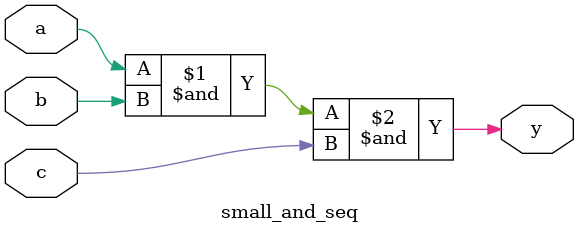
<source format=v>

module small_and_seq
(
input a,
input b,
input c,
output y
);

assign y = ((a & b) & c);
endmodule
</source>
